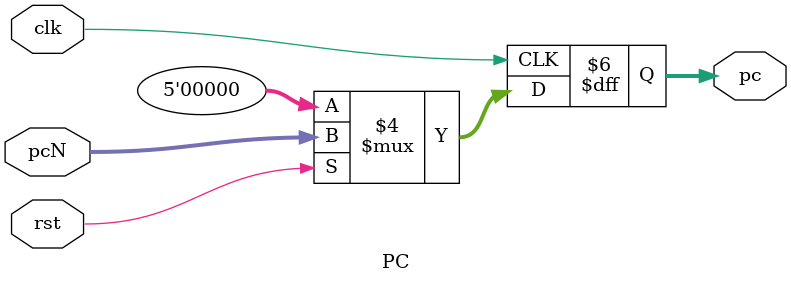
<source format=v>
    module PC(clk,rst,pcN,pc);
        input [4:0] pcN;
        input clk, rst;

        output reg [4:0] pc;

        always @(posedge clk) 
        begin
            if (rst == 1'b0) 
            begin
                pc <= 5'b00000;            
            end
            else 
            begin
                pc <= pcN;    
            end
        end



    endmodule



</source>
